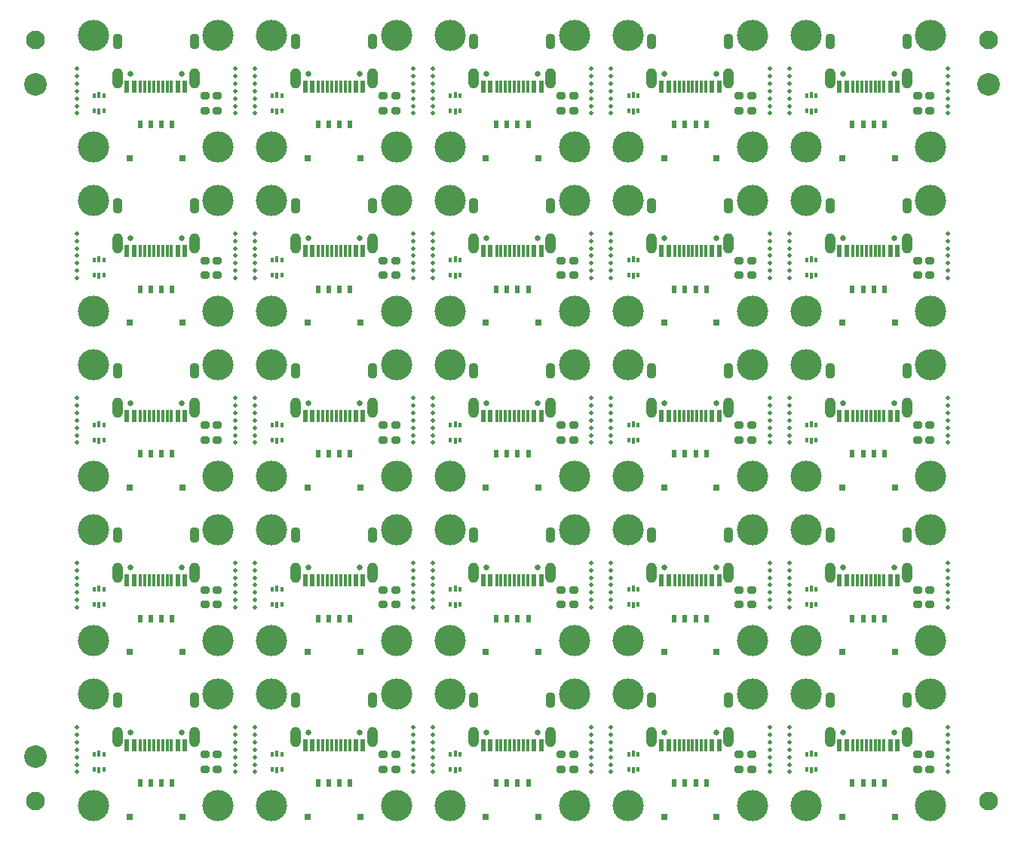
<source format=gts>
%TF.GenerationSoftware,KiCad,Pcbnew,(6.0.5)*%
%TF.CreationDate,2022-08-23T21:33:37+08:00*%
%TF.ProjectId,without-power-switch-using-molex-connector-panelized,77697468-6f75-4742-9d70-6f7765722d73,rev?*%
%TF.SameCoordinates,Original*%
%TF.FileFunction,Soldermask,Top*%
%TF.FilePolarity,Negative*%
%FSLAX46Y46*%
G04 Gerber Fmt 4.6, Leading zero omitted, Abs format (unit mm)*
G04 Created by KiCad (PCBNEW (6.0.5)) date 2022-08-23 21:33:37*
%MOMM*%
%LPD*%
G01*
G04 APERTURE LIST*
G04 Aperture macros list*
%AMRoundRect*
0 Rectangle with rounded corners*
0 $1 Rounding radius*
0 $2 $3 $4 $5 $6 $7 $8 $9 X,Y pos of 4 corners*
0 Add a 4 corners polygon primitive as box body*
4,1,4,$2,$3,$4,$5,$6,$7,$8,$9,$2,$3,0*
0 Add four circle primitives for the rounded corners*
1,1,$1+$1,$2,$3*
1,1,$1+$1,$4,$5*
1,1,$1+$1,$6,$7*
1,1,$1+$1,$8,$9*
0 Add four rect primitives between the rounded corners*
20,1,$1+$1,$2,$3,$4,$5,0*
20,1,$1+$1,$4,$5,$6,$7,0*
20,1,$1+$1,$6,$7,$8,$9,0*
20,1,$1+$1,$8,$9,$2,$3,0*%
G04 Aperture macros list end*
%ADD10C,0.500000*%
%ADD11R,0.375000X0.500000*%
%ADD12R,0.300000X0.650000*%
%ADD13C,3.500000*%
%ADD14RoundRect,0.200000X0.275000X-0.200000X0.275000X0.200000X-0.275000X0.200000X-0.275000X-0.200000X0*%
%ADD15C,0.650000*%
%ADD16R,0.600000X1.450000*%
%ADD17R,0.300000X1.450000*%
%ADD18O,1.100000X1.800000*%
%ADD19O,1.200000X2.300000*%
%ADD20R,0.600000X0.850000*%
%ADD21R,0.700000X0.800000*%
%ADD22RoundRect,0.200000X-0.275000X0.200000X-0.275000X-0.200000X0.275000X-0.200000X0.275000X0.200000X0*%
%ADD23C,2.100000*%
%ADD24C,2.540000*%
G04 APERTURE END LIST*
D10*
%TO.C,REF\u002A\u002A*%
X62100000Y-61916666D03*
%TD*%
%TO.C,REF\u002A\u002A*%
X22100000Y-79583333D03*
%TD*%
%TO.C,REF\u002A\u002A*%
X102100000Y-76250000D03*
%TD*%
D11*
%TO.C,U1*%
X25137500Y-60750000D03*
D12*
X24600000Y-60675000D03*
D11*
X24062500Y-60750000D03*
X24062500Y-62450000D03*
D12*
X24600000Y-62525000D03*
D11*
X25137500Y-62450000D03*
%TD*%
D10*
%TO.C,REF\u002A\u002A*%
X42100000Y-41750000D03*
%TD*%
%TO.C,REF\u002A\u002A*%
X82100000Y-81250000D03*
%TD*%
%TO.C,REF\u002A\u002A*%
X99900000Y-78750000D03*
%TD*%
D13*
%TO.C,REF\u002A\u002A*%
X24000000Y-54000000D03*
%TD*%
%TO.C,REF\u002A\u002A*%
X44000000Y-103500000D03*
%TD*%
D10*
%TO.C,REF\u002A\u002A*%
X22100000Y-25750000D03*
%TD*%
%TO.C,REF\u002A\u002A*%
X22100000Y-42583333D03*
%TD*%
D14*
%TO.C,R1*%
X97900000Y-25425000D03*
X97900000Y-23775000D03*
%TD*%
D10*
%TO.C,REF\u002A\u002A*%
X42100000Y-61083333D03*
%TD*%
D14*
%TO.C,R1*%
X117900000Y-99425000D03*
X117900000Y-97775000D03*
%TD*%
D13*
%TO.C,REF\u002A\u002A*%
X84000000Y-91000000D03*
%TD*%
D10*
%TO.C,REF\u002A\u002A*%
X79900000Y-40083333D03*
%TD*%
D15*
%TO.C,J1*%
X88110000Y-39800000D03*
X93890000Y-39800000D03*
D16*
X94250000Y-41245000D03*
X93450000Y-41245000D03*
D17*
X92250000Y-41245000D03*
X91250000Y-41245000D03*
X90750000Y-41245000D03*
X89750000Y-41245000D03*
D16*
X88550000Y-41245000D03*
X87750000Y-41245000D03*
X87750000Y-41245000D03*
X88550000Y-41245000D03*
D17*
X89250000Y-41245000D03*
X90250000Y-41245000D03*
X91750000Y-41245000D03*
X92750000Y-41245000D03*
D16*
X93450000Y-41245000D03*
X94250000Y-41245000D03*
D18*
X95320000Y-36150000D03*
D19*
X86680000Y-40330000D03*
D18*
X86680000Y-36150000D03*
D19*
X95320000Y-40330000D03*
%TD*%
D10*
%TO.C,REF\u002A\u002A*%
X99900000Y-60250000D03*
%TD*%
%TO.C,REF\u002A\u002A*%
X82100000Y-20750000D03*
%TD*%
D15*
%TO.C,J1*%
X68110000Y-39800000D03*
X73890000Y-39800000D03*
D16*
X74250000Y-41245000D03*
X73450000Y-41245000D03*
D17*
X72250000Y-41245000D03*
X71250000Y-41245000D03*
X70750000Y-41245000D03*
X69750000Y-41245000D03*
D16*
X68550000Y-41245000D03*
X67750000Y-41245000D03*
X67750000Y-41245000D03*
X68550000Y-41245000D03*
D17*
X69250000Y-41245000D03*
X70250000Y-41245000D03*
X71750000Y-41245000D03*
X72750000Y-41245000D03*
D16*
X73450000Y-41245000D03*
X74250000Y-41245000D03*
D19*
X66680000Y-40330000D03*
D18*
X75320000Y-36150000D03*
D19*
X75320000Y-40330000D03*
D18*
X66680000Y-36150000D03*
%TD*%
D11*
%TO.C,U1*%
X105137500Y-23750000D03*
D12*
X104600000Y-23675000D03*
D11*
X104062500Y-23750000D03*
X104062500Y-25450000D03*
D12*
X104600000Y-25525000D03*
D11*
X105137500Y-25450000D03*
%TD*%
D10*
%TO.C,REF\u002A\u002A*%
X102100000Y-61083333D03*
%TD*%
%TO.C,REF\u002A\u002A*%
X99900000Y-96416666D03*
%TD*%
%TO.C,REF\u002A\u002A*%
X79900000Y-41750000D03*
%TD*%
D20*
%TO.C,J2*%
X49200000Y-64000000D03*
X50400000Y-64000000D03*
X51600000Y-64000000D03*
X52800000Y-64000000D03*
D21*
X53950000Y-67775000D03*
X48050000Y-67775000D03*
%TD*%
D10*
%TO.C,REF\u002A\u002A*%
X79900000Y-61916666D03*
%TD*%
%TO.C,REF\u002A\u002A*%
X102100000Y-79583333D03*
%TD*%
D13*
%TO.C,REF\u002A\u002A*%
X104000000Y-48000000D03*
%TD*%
%TO.C,REF\u002A\u002A*%
X78000000Y-48000000D03*
%TD*%
D10*
%TO.C,REF\u002A\u002A*%
X79900000Y-96416666D03*
%TD*%
%TO.C,REF\u002A\u002A*%
X59900000Y-78750000D03*
%TD*%
%TO.C,REF\u002A\u002A*%
X22100000Y-58583333D03*
%TD*%
%TO.C,REF\u002A\u002A*%
X82100000Y-41750000D03*
%TD*%
D13*
%TO.C,REF\u002A\u002A*%
X118000000Y-91000000D03*
%TD*%
D10*
%TO.C,REF\u002A\u002A*%
X119900000Y-79583333D03*
%TD*%
D20*
%TO.C,J2*%
X29200000Y-101000000D03*
X30400000Y-101000000D03*
X31600000Y-101000000D03*
X32800000Y-101000000D03*
D21*
X28050000Y-104775000D03*
X33950000Y-104775000D03*
%TD*%
D10*
%TO.C,REF\u002A\u002A*%
X62100000Y-97250000D03*
%TD*%
%TO.C,REF\u002A\u002A*%
X42100000Y-99750000D03*
%TD*%
D22*
%TO.C,R2*%
X36500000Y-97775000D03*
X36500000Y-99425000D03*
%TD*%
D13*
%TO.C,REF\u002A\u002A*%
X78000000Y-35500000D03*
%TD*%
D10*
%TO.C,REF\u002A\u002A*%
X119900000Y-39250000D03*
%TD*%
D15*
%TO.C,J1*%
X33890000Y-95300000D03*
X28110000Y-95300000D03*
D16*
X34250000Y-96745000D03*
X33450000Y-96745000D03*
D17*
X32250000Y-96745000D03*
X31250000Y-96745000D03*
X30750000Y-96745000D03*
X29750000Y-96745000D03*
D16*
X28550000Y-96745000D03*
X27750000Y-96745000D03*
X27750000Y-96745000D03*
X28550000Y-96745000D03*
D17*
X29250000Y-96745000D03*
X30250000Y-96745000D03*
X31750000Y-96745000D03*
X32750000Y-96745000D03*
D16*
X33450000Y-96745000D03*
X34250000Y-96745000D03*
D19*
X35320000Y-95830000D03*
X26680000Y-95830000D03*
D18*
X35320000Y-91650000D03*
X26680000Y-91650000D03*
%TD*%
D10*
%TO.C,REF\u002A\u002A*%
X99900000Y-57750000D03*
%TD*%
%TO.C,REF\u002A\u002A*%
X62100000Y-58583333D03*
%TD*%
D13*
%TO.C,REF\u002A\u002A*%
X98000000Y-85000000D03*
%TD*%
D10*
%TO.C,REF\u002A\u002A*%
X82100000Y-21583333D03*
%TD*%
%TO.C,REF\u002A\u002A*%
X119900000Y-77083333D03*
%TD*%
D13*
%TO.C,REF\u002A\u002A*%
X98000000Y-103500000D03*
%TD*%
D10*
%TO.C,REF\u002A\u002A*%
X79900000Y-78750000D03*
%TD*%
D13*
%TO.C,REF\u002A\u002A*%
X24000000Y-66500000D03*
%TD*%
D11*
%TO.C,U1*%
X105137500Y-60750000D03*
D12*
X104600000Y-60675000D03*
D11*
X104062500Y-60750000D03*
X104062500Y-62450000D03*
D12*
X104600000Y-62525000D03*
D11*
X105137500Y-62450000D03*
%TD*%
D22*
%TO.C,R2*%
X116500000Y-42275000D03*
X116500000Y-43925000D03*
%TD*%
D10*
%TO.C,REF\u002A\u002A*%
X82100000Y-44250000D03*
%TD*%
%TO.C,REF\u002A\u002A*%
X102100000Y-25750000D03*
%TD*%
D20*
%TO.C,J2*%
X89200000Y-82500000D03*
X90400000Y-82500000D03*
X91600000Y-82500000D03*
X92800000Y-82500000D03*
D21*
X88050000Y-86275000D03*
X93950000Y-86275000D03*
%TD*%
D23*
%TO.C,REF\u002A\u002A*%
X124500000Y-17500000D03*
%TD*%
D14*
%TO.C,R1*%
X97900000Y-80925000D03*
X97900000Y-79275000D03*
%TD*%
%TO.C,R1*%
X57900000Y-25425000D03*
X57900000Y-23775000D03*
%TD*%
D10*
%TO.C,REF\u002A\u002A*%
X39900000Y-76250000D03*
%TD*%
D13*
%TO.C,REF\u002A\u002A*%
X38000000Y-48000000D03*
%TD*%
D10*
%TO.C,REF\u002A\u002A*%
X79900000Y-39250000D03*
%TD*%
%TO.C,REF\u002A\u002A*%
X102100000Y-60250000D03*
%TD*%
%TO.C,REF\u002A\u002A*%
X42100000Y-22416666D03*
%TD*%
D13*
%TO.C,REF\u002A\u002A*%
X104000000Y-17000000D03*
%TD*%
D10*
%TO.C,REF\u002A\u002A*%
X79900000Y-97250000D03*
%TD*%
D13*
%TO.C,REF\u002A\u002A*%
X44000000Y-48000000D03*
%TD*%
D10*
%TO.C,REF\u002A\u002A*%
X102100000Y-57750000D03*
%TD*%
%TO.C,REF\u002A\u002A*%
X119900000Y-40083333D03*
%TD*%
%TO.C,REF\u002A\u002A*%
X22100000Y-98916666D03*
%TD*%
D14*
%TO.C,R1*%
X77900000Y-80925000D03*
X77900000Y-79275000D03*
%TD*%
D10*
%TO.C,REF\u002A\u002A*%
X22100000Y-81250000D03*
%TD*%
D13*
%TO.C,REF\u002A\u002A*%
X64000000Y-48000000D03*
%TD*%
D10*
%TO.C,REF\u002A\u002A*%
X102100000Y-98916666D03*
%TD*%
%TO.C,REF\u002A\u002A*%
X119900000Y-24083333D03*
%TD*%
%TO.C,REF\u002A\u002A*%
X62100000Y-43416666D03*
%TD*%
D14*
%TO.C,R1*%
X117900000Y-43925000D03*
X117900000Y-42275000D03*
%TD*%
D10*
%TO.C,REF\u002A\u002A*%
X59900000Y-43416666D03*
%TD*%
%TO.C,REF\u002A\u002A*%
X102100000Y-40083333D03*
%TD*%
%TO.C,REF\u002A\u002A*%
X39900000Y-81250000D03*
%TD*%
%TO.C,REF\u002A\u002A*%
X79900000Y-77916666D03*
%TD*%
%TO.C,REF\u002A\u002A*%
X42100000Y-59416666D03*
%TD*%
%TO.C,REF\u002A\u002A*%
X62100000Y-22416666D03*
%TD*%
D14*
%TO.C,R1*%
X77900000Y-25425000D03*
X77900000Y-23775000D03*
%TD*%
D10*
%TO.C,REF\u002A\u002A*%
X82100000Y-43416666D03*
%TD*%
D22*
%TO.C,R2*%
X76500000Y-97775000D03*
X76500000Y-99425000D03*
%TD*%
D13*
%TO.C,REF\u002A\u002A*%
X84000000Y-48000000D03*
%TD*%
D10*
%TO.C,REF\u002A\u002A*%
X62100000Y-98916666D03*
%TD*%
D13*
%TO.C,REF\u002A\u002A*%
X38000000Y-35500000D03*
%TD*%
D10*
%TO.C,REF\u002A\u002A*%
X39900000Y-77916666D03*
%TD*%
D13*
%TO.C,REF\u002A\u002A*%
X44000000Y-35500000D03*
%TD*%
D10*
%TO.C,REF\u002A\u002A*%
X119900000Y-95583333D03*
%TD*%
%TO.C,REF\u002A\u002A*%
X22100000Y-97250000D03*
%TD*%
D11*
%TO.C,U1*%
X45137500Y-23750000D03*
D12*
X44600000Y-23675000D03*
D11*
X44062500Y-23750000D03*
X44062500Y-25450000D03*
D12*
X44600000Y-25525000D03*
D11*
X45137500Y-25450000D03*
%TD*%
D10*
%TO.C,REF\u002A\u002A*%
X99900000Y-98916666D03*
%TD*%
D20*
%TO.C,J2*%
X69200000Y-82500000D03*
X70400000Y-82500000D03*
X71600000Y-82500000D03*
X72800000Y-82500000D03*
D21*
X73950000Y-86275000D03*
X68050000Y-86275000D03*
%TD*%
D10*
%TO.C,REF\u002A\u002A*%
X39900000Y-57750000D03*
%TD*%
%TO.C,REF\u002A\u002A*%
X59900000Y-99750000D03*
%TD*%
%TO.C,REF\u002A\u002A*%
X22100000Y-60250000D03*
%TD*%
%TO.C,REF\u002A\u002A*%
X99900000Y-44250000D03*
%TD*%
D11*
%TO.C,U1*%
X65137500Y-23750000D03*
D12*
X64600000Y-23675000D03*
D11*
X64062500Y-23750000D03*
X64062500Y-25450000D03*
D12*
X64600000Y-25525000D03*
D11*
X65137500Y-25450000D03*
%TD*%
D15*
%TO.C,J1*%
X108110000Y-39800000D03*
X113890000Y-39800000D03*
D16*
X114250000Y-41245000D03*
X113450000Y-41245000D03*
D17*
X112250000Y-41245000D03*
X111250000Y-41245000D03*
X110750000Y-41245000D03*
X109750000Y-41245000D03*
D16*
X108550000Y-41245000D03*
X107750000Y-41245000D03*
X107750000Y-41245000D03*
X108550000Y-41245000D03*
D17*
X109250000Y-41245000D03*
X110250000Y-41245000D03*
X111750000Y-41245000D03*
X112750000Y-41245000D03*
D16*
X113450000Y-41245000D03*
X114250000Y-41245000D03*
D18*
X115320000Y-36150000D03*
D19*
X106680000Y-40330000D03*
D18*
X106680000Y-36150000D03*
D19*
X115320000Y-40330000D03*
%TD*%
D10*
%TO.C,REF\u002A\u002A*%
X82100000Y-57750000D03*
%TD*%
%TO.C,REF\u002A\u002A*%
X102100000Y-41750000D03*
%TD*%
D13*
%TO.C,REF\u002A\u002A*%
X58000000Y-29500000D03*
%TD*%
D22*
%TO.C,R2*%
X116500000Y-60775000D03*
X116500000Y-62425000D03*
%TD*%
D13*
%TO.C,REF\u002A\u002A*%
X98000000Y-29500000D03*
%TD*%
D10*
%TO.C,REF\u002A\u002A*%
X39900000Y-42583333D03*
%TD*%
%TO.C,REF\u002A\u002A*%
X22100000Y-23250000D03*
%TD*%
D15*
%TO.C,J1*%
X73890000Y-21300000D03*
X68110000Y-21300000D03*
D16*
X74250000Y-22745000D03*
X73450000Y-22745000D03*
D17*
X72250000Y-22745000D03*
X71250000Y-22745000D03*
X70750000Y-22745000D03*
X69750000Y-22745000D03*
D16*
X68550000Y-22745000D03*
X67750000Y-22745000D03*
X67750000Y-22745000D03*
X68550000Y-22745000D03*
D17*
X69250000Y-22745000D03*
X70250000Y-22745000D03*
X71750000Y-22745000D03*
X72750000Y-22745000D03*
D16*
X73450000Y-22745000D03*
X74250000Y-22745000D03*
D18*
X75320000Y-17650000D03*
X66680000Y-17650000D03*
D19*
X75320000Y-21830000D03*
X66680000Y-21830000D03*
%TD*%
D10*
%TO.C,REF\u002A\u002A*%
X79900000Y-99750000D03*
%TD*%
%TO.C,REF\u002A\u002A*%
X79900000Y-21583333D03*
%TD*%
%TO.C,REF\u002A\u002A*%
X39900000Y-39250000D03*
%TD*%
D15*
%TO.C,J1*%
X108110000Y-95300000D03*
X113890000Y-95300000D03*
D16*
X114250000Y-96745000D03*
X113450000Y-96745000D03*
D17*
X112250000Y-96745000D03*
X111250000Y-96745000D03*
X110750000Y-96745000D03*
X109750000Y-96745000D03*
D16*
X108550000Y-96745000D03*
X107750000Y-96745000D03*
X107750000Y-96745000D03*
X108550000Y-96745000D03*
D17*
X109250000Y-96745000D03*
X110250000Y-96745000D03*
X111750000Y-96745000D03*
X112750000Y-96745000D03*
D16*
X113450000Y-96745000D03*
X114250000Y-96745000D03*
D18*
X115320000Y-91650000D03*
X106680000Y-91650000D03*
D19*
X106680000Y-95830000D03*
X115320000Y-95830000D03*
%TD*%
D10*
%TO.C,REF\u002A\u002A*%
X102100000Y-39250000D03*
%TD*%
%TO.C,REF\u002A\u002A*%
X62100000Y-80416666D03*
%TD*%
D13*
%TO.C,REF\u002A\u002A*%
X38000000Y-29500000D03*
%TD*%
%TO.C,REF\u002A\u002A*%
X64000000Y-29500000D03*
%TD*%
D15*
%TO.C,J1*%
X28110000Y-39800000D03*
X33890000Y-39800000D03*
D16*
X34250000Y-41245000D03*
X33450000Y-41245000D03*
D17*
X32250000Y-41245000D03*
X31250000Y-41245000D03*
X30750000Y-41245000D03*
X29750000Y-41245000D03*
D16*
X28550000Y-41245000D03*
X27750000Y-41245000D03*
X27750000Y-41245000D03*
X28550000Y-41245000D03*
D17*
X29250000Y-41245000D03*
X30250000Y-41245000D03*
X31750000Y-41245000D03*
X32750000Y-41245000D03*
D16*
X33450000Y-41245000D03*
X34250000Y-41245000D03*
D19*
X26680000Y-40330000D03*
D18*
X26680000Y-36150000D03*
X35320000Y-36150000D03*
D19*
X35320000Y-40330000D03*
%TD*%
D10*
%TO.C,REF\u002A\u002A*%
X42100000Y-20750000D03*
%TD*%
%TO.C,REF\u002A\u002A*%
X119900000Y-41750000D03*
%TD*%
%TO.C,REF\u002A\u002A*%
X119900000Y-59416666D03*
%TD*%
%TO.C,REF\u002A\u002A*%
X99900000Y-40083333D03*
%TD*%
%TO.C,REF\u002A\u002A*%
X79900000Y-94750000D03*
%TD*%
%TO.C,REF\u002A\u002A*%
X59900000Y-95583333D03*
%TD*%
%TO.C,REF\u002A\u002A*%
X99900000Y-98083333D03*
%TD*%
D22*
%TO.C,R2*%
X56500000Y-42275000D03*
X56500000Y-43925000D03*
%TD*%
D10*
%TO.C,REF\u002A\u002A*%
X102100000Y-42583333D03*
%TD*%
%TO.C,REF\u002A\u002A*%
X62100000Y-41750000D03*
%TD*%
%TO.C,REF\u002A\u002A*%
X42100000Y-24083333D03*
%TD*%
D13*
%TO.C,REF\u002A\u002A*%
X64000000Y-72500000D03*
%TD*%
D10*
%TO.C,REF\u002A\u002A*%
X22100000Y-78750000D03*
%TD*%
%TO.C,REF\u002A\u002A*%
X22100000Y-77083333D03*
%TD*%
D13*
%TO.C,REF\u002A\u002A*%
X78000000Y-91000000D03*
%TD*%
D10*
%TO.C,REF\u002A\u002A*%
X119900000Y-44250000D03*
%TD*%
%TO.C,REF\u002A\u002A*%
X119900000Y-20750000D03*
%TD*%
%TO.C,REF\u002A\u002A*%
X62100000Y-24916666D03*
%TD*%
%TO.C,REF\u002A\u002A*%
X82100000Y-98083333D03*
%TD*%
%TO.C,REF\u002A\u002A*%
X119900000Y-58583333D03*
%TD*%
D13*
%TO.C,REF\u002A\u002A*%
X118000000Y-72500000D03*
%TD*%
D20*
%TO.C,J2*%
X29200000Y-45500000D03*
X30400000Y-45500000D03*
X31600000Y-45500000D03*
X32800000Y-45500000D03*
D21*
X33950000Y-49275000D03*
X28050000Y-49275000D03*
%TD*%
D10*
%TO.C,REF\u002A\u002A*%
X59900000Y-24916666D03*
%TD*%
D13*
%TO.C,REF\u002A\u002A*%
X104000000Y-85000000D03*
%TD*%
D10*
%TO.C,REF\u002A\u002A*%
X39900000Y-79583333D03*
%TD*%
D13*
%TO.C,REF\u002A\u002A*%
X24000000Y-91000000D03*
%TD*%
D10*
%TO.C,REF\u002A\u002A*%
X82100000Y-97250000D03*
%TD*%
D13*
%TO.C,REF\u002A\u002A*%
X104000000Y-103500000D03*
%TD*%
D10*
%TO.C,REF\u002A\u002A*%
X39900000Y-40083333D03*
%TD*%
D15*
%TO.C,J1*%
X113890000Y-21300000D03*
X108110000Y-21300000D03*
D16*
X114250000Y-22745000D03*
X113450000Y-22745000D03*
D17*
X112250000Y-22745000D03*
X111250000Y-22745000D03*
X110750000Y-22745000D03*
X109750000Y-22745000D03*
D16*
X108550000Y-22745000D03*
X107750000Y-22745000D03*
X107750000Y-22745000D03*
X108550000Y-22745000D03*
D17*
X109250000Y-22745000D03*
X110250000Y-22745000D03*
X111750000Y-22745000D03*
X112750000Y-22745000D03*
D16*
X113450000Y-22745000D03*
X114250000Y-22745000D03*
D19*
X115320000Y-21830000D03*
D18*
X106680000Y-17650000D03*
D19*
X106680000Y-21830000D03*
D18*
X115320000Y-17650000D03*
%TD*%
D10*
%TO.C,REF\u002A\u002A*%
X82100000Y-98916666D03*
%TD*%
%TO.C,REF\u002A\u002A*%
X42100000Y-21583333D03*
%TD*%
%TO.C,REF\u002A\u002A*%
X102100000Y-43416666D03*
%TD*%
%TO.C,REF\u002A\u002A*%
X39900000Y-78750000D03*
%TD*%
%TO.C,REF\u002A\u002A*%
X82100000Y-25750000D03*
%TD*%
%TO.C,REF\u002A\u002A*%
X119900000Y-40916666D03*
%TD*%
%TO.C,REF\u002A\u002A*%
X79900000Y-25750000D03*
%TD*%
%TO.C,REF\u002A\u002A*%
X82100000Y-42583333D03*
%TD*%
D13*
%TO.C,REF\u002A\u002A*%
X98000000Y-66500000D03*
%TD*%
D10*
%TO.C,REF\u002A\u002A*%
X42100000Y-94750000D03*
%TD*%
D20*
%TO.C,J2*%
X109200000Y-27000000D03*
X110400000Y-27000000D03*
X111600000Y-27000000D03*
X112800000Y-27000000D03*
D21*
X113950000Y-30775000D03*
X108050000Y-30775000D03*
%TD*%
D13*
%TO.C,REF\u002A\u002A*%
X58000000Y-103500000D03*
%TD*%
D22*
%TO.C,R2*%
X96500000Y-23775000D03*
X96500000Y-25425000D03*
%TD*%
D15*
%TO.C,J1*%
X108110000Y-58300000D03*
X113890000Y-58300000D03*
D16*
X114250000Y-59745000D03*
X113450000Y-59745000D03*
D17*
X112250000Y-59745000D03*
X111250000Y-59745000D03*
X110750000Y-59745000D03*
X109750000Y-59745000D03*
D16*
X108550000Y-59745000D03*
X107750000Y-59745000D03*
X107750000Y-59745000D03*
X108550000Y-59745000D03*
D17*
X109250000Y-59745000D03*
X110250000Y-59745000D03*
X111750000Y-59745000D03*
X112750000Y-59745000D03*
D16*
X113450000Y-59745000D03*
X114250000Y-59745000D03*
D18*
X106680000Y-54650000D03*
D19*
X106680000Y-58830000D03*
X115320000Y-58830000D03*
D18*
X115320000Y-54650000D03*
%TD*%
D15*
%TO.C,J1*%
X48110000Y-95300000D03*
X53890000Y-95300000D03*
D16*
X54250000Y-96745000D03*
X53450000Y-96745000D03*
D17*
X52250000Y-96745000D03*
X51250000Y-96745000D03*
X50750000Y-96745000D03*
X49750000Y-96745000D03*
D16*
X48550000Y-96745000D03*
X47750000Y-96745000D03*
X47750000Y-96745000D03*
X48550000Y-96745000D03*
D17*
X49250000Y-96745000D03*
X50250000Y-96745000D03*
X51750000Y-96745000D03*
X52750000Y-96745000D03*
D16*
X53450000Y-96745000D03*
X54250000Y-96745000D03*
D18*
X55320000Y-91650000D03*
D19*
X55320000Y-95830000D03*
D18*
X46680000Y-91650000D03*
D19*
X46680000Y-95830000D03*
%TD*%
D22*
%TO.C,R2*%
X96500000Y-79275000D03*
X96500000Y-80925000D03*
%TD*%
D10*
%TO.C,REF\u002A\u002A*%
X22100000Y-62750000D03*
%TD*%
D13*
%TO.C,REF\u002A\u002A*%
X44000000Y-66500000D03*
%TD*%
%TO.C,REF\u002A\u002A*%
X24000000Y-35500000D03*
%TD*%
D10*
%TO.C,REF\u002A\u002A*%
X59900000Y-77916666D03*
%TD*%
%TO.C,REF\u002A\u002A*%
X102100000Y-77916666D03*
%TD*%
D13*
%TO.C,REF\u002A\u002A*%
X64000000Y-66500000D03*
%TD*%
D11*
%TO.C,U1*%
X105137500Y-79250000D03*
D12*
X104600000Y-79175000D03*
D11*
X104062500Y-79250000D03*
X104062500Y-80950000D03*
D12*
X104600000Y-81025000D03*
D11*
X105137500Y-80950000D03*
%TD*%
D22*
%TO.C,R2*%
X36500000Y-23775000D03*
X36500000Y-25425000D03*
%TD*%
D11*
%TO.C,U1*%
X85137500Y-60750000D03*
D12*
X84600000Y-60675000D03*
D11*
X84062500Y-60750000D03*
X84062500Y-62450000D03*
D12*
X84600000Y-62525000D03*
D11*
X85137500Y-62450000D03*
%TD*%
D10*
%TO.C,REF\u002A\u002A*%
X22100000Y-94750000D03*
%TD*%
%TO.C,REF\u002A\u002A*%
X22100000Y-77916666D03*
%TD*%
%TO.C,REF\u002A\u002A*%
X59900000Y-41750000D03*
%TD*%
D11*
%TO.C,U1*%
X85137500Y-79250000D03*
D12*
X84600000Y-79175000D03*
D11*
X84062500Y-79250000D03*
X84062500Y-80950000D03*
D12*
X84600000Y-81025000D03*
D11*
X85137500Y-80950000D03*
%TD*%
D14*
%TO.C,R1*%
X57900000Y-62425000D03*
X57900000Y-60775000D03*
%TD*%
D10*
%TO.C,REF\u002A\u002A*%
X42100000Y-39250000D03*
%TD*%
%TO.C,REF\u002A\u002A*%
X39900000Y-97250000D03*
%TD*%
D15*
%TO.C,J1*%
X73890000Y-58300000D03*
X68110000Y-58300000D03*
D16*
X74250000Y-59745000D03*
X73450000Y-59745000D03*
D17*
X72250000Y-59745000D03*
X71250000Y-59745000D03*
X70750000Y-59745000D03*
X69750000Y-59745000D03*
D16*
X68550000Y-59745000D03*
X67750000Y-59745000D03*
X67750000Y-59745000D03*
X68550000Y-59745000D03*
D17*
X69250000Y-59745000D03*
X70250000Y-59745000D03*
X71750000Y-59745000D03*
X72750000Y-59745000D03*
D16*
X73450000Y-59745000D03*
X74250000Y-59745000D03*
D18*
X75320000Y-54650000D03*
D19*
X75320000Y-58830000D03*
D18*
X66680000Y-54650000D03*
D19*
X66680000Y-58830000D03*
%TD*%
D10*
%TO.C,REF\u002A\u002A*%
X59900000Y-97250000D03*
%TD*%
%TO.C,REF\u002A\u002A*%
X22100000Y-22416666D03*
%TD*%
D13*
%TO.C,REF\u002A\u002A*%
X64000000Y-17000000D03*
%TD*%
%TO.C,REF\u002A\u002A*%
X78000000Y-103500000D03*
%TD*%
%TO.C,REF\u002A\u002A*%
X118000000Y-103500000D03*
%TD*%
D10*
%TO.C,REF\u002A\u002A*%
X59900000Y-58583333D03*
%TD*%
D22*
%TO.C,R2*%
X116500000Y-23775000D03*
X116500000Y-25425000D03*
%TD*%
D13*
%TO.C,REF\u002A\u002A*%
X38000000Y-103500000D03*
%TD*%
D14*
%TO.C,R1*%
X97900000Y-62425000D03*
X97900000Y-60775000D03*
%TD*%
D10*
%TO.C,REF\u002A\u002A*%
X119900000Y-23250000D03*
%TD*%
%TO.C,REF\u002A\u002A*%
X42100000Y-62750000D03*
%TD*%
%TO.C,REF\u002A\u002A*%
X82100000Y-96416666D03*
%TD*%
%TO.C,REF\u002A\u002A*%
X42100000Y-95583333D03*
%TD*%
%TO.C,REF\u002A\u002A*%
X39900000Y-41750000D03*
%TD*%
%TO.C,REF\u002A\u002A*%
X42100000Y-77083333D03*
%TD*%
D15*
%TO.C,J1*%
X53890000Y-39800000D03*
X48110000Y-39800000D03*
D16*
X54250000Y-41245000D03*
X53450000Y-41245000D03*
D17*
X52250000Y-41245000D03*
X51250000Y-41245000D03*
X50750000Y-41245000D03*
X49750000Y-41245000D03*
D16*
X48550000Y-41245000D03*
X47750000Y-41245000D03*
X47750000Y-41245000D03*
X48550000Y-41245000D03*
D17*
X49250000Y-41245000D03*
X50250000Y-41245000D03*
X51750000Y-41245000D03*
X52750000Y-41245000D03*
D16*
X53450000Y-41245000D03*
X54250000Y-41245000D03*
D18*
X46680000Y-36150000D03*
X55320000Y-36150000D03*
D19*
X55320000Y-40330000D03*
X46680000Y-40330000D03*
%TD*%
D13*
%TO.C,REF\u002A\u002A*%
X58000000Y-48000000D03*
%TD*%
D24*
%TO.C,REF\u002A\u002A*%
X17500000Y-98000000D03*
%TD*%
D10*
%TO.C,REF\u002A\u002A*%
X79900000Y-59416666D03*
%TD*%
%TO.C,REF\u002A\u002A*%
X22100000Y-24083333D03*
%TD*%
%TO.C,REF\u002A\u002A*%
X59900000Y-20750000D03*
%TD*%
D13*
%TO.C,REF\u002A\u002A*%
X58000000Y-66500000D03*
%TD*%
D15*
%TO.C,J1*%
X48110000Y-21300000D03*
X53890000Y-21300000D03*
D16*
X54250000Y-22745000D03*
X53450000Y-22745000D03*
D17*
X52250000Y-22745000D03*
X51250000Y-22745000D03*
X50750000Y-22745000D03*
X49750000Y-22745000D03*
D16*
X48550000Y-22745000D03*
X47750000Y-22745000D03*
X47750000Y-22745000D03*
X48550000Y-22745000D03*
D17*
X49250000Y-22745000D03*
X50250000Y-22745000D03*
X51750000Y-22745000D03*
X52750000Y-22745000D03*
D16*
X53450000Y-22745000D03*
X54250000Y-22745000D03*
D19*
X46680000Y-21830000D03*
D18*
X55320000Y-17650000D03*
X46680000Y-17650000D03*
D19*
X55320000Y-21830000D03*
%TD*%
D13*
%TO.C,REF\u002A\u002A*%
X104000000Y-29500000D03*
%TD*%
D10*
%TO.C,REF\u002A\u002A*%
X42100000Y-76250000D03*
%TD*%
%TO.C,REF\u002A\u002A*%
X119900000Y-21583333D03*
%TD*%
%TO.C,REF\u002A\u002A*%
X39900000Y-98916666D03*
%TD*%
D13*
%TO.C,REF\u002A\u002A*%
X44000000Y-29500000D03*
%TD*%
D10*
%TO.C,REF\u002A\u002A*%
X99900000Y-24916666D03*
%TD*%
%TO.C,REF\u002A\u002A*%
X102100000Y-80416666D03*
%TD*%
%TO.C,REF\u002A\u002A*%
X42100000Y-98083333D03*
%TD*%
%TO.C,REF\u002A\u002A*%
X79900000Y-61083333D03*
%TD*%
%TO.C,REF\u002A\u002A*%
X22100000Y-44250000D03*
%TD*%
%TO.C,REF\u002A\u002A*%
X102100000Y-24083333D03*
%TD*%
%TO.C,REF\u002A\u002A*%
X62100000Y-96416666D03*
%TD*%
D13*
%TO.C,REF\u002A\u002A*%
X58000000Y-72500000D03*
%TD*%
D20*
%TO.C,J2*%
X89200000Y-64000000D03*
X90400000Y-64000000D03*
X91600000Y-64000000D03*
X92800000Y-64000000D03*
D21*
X93950000Y-67775000D03*
X88050000Y-67775000D03*
%TD*%
D13*
%TO.C,REF\u002A\u002A*%
X24000000Y-85000000D03*
%TD*%
D10*
%TO.C,REF\u002A\u002A*%
X119900000Y-61083333D03*
%TD*%
D22*
%TO.C,R2*%
X36500000Y-60775000D03*
X36500000Y-62425000D03*
%TD*%
D11*
%TO.C,U1*%
X85137500Y-97750000D03*
D12*
X84600000Y-97675000D03*
D11*
X84062500Y-97750000D03*
X84062500Y-99450000D03*
D12*
X84600000Y-99525000D03*
D11*
X85137500Y-99450000D03*
%TD*%
D14*
%TO.C,R1*%
X77900000Y-43925000D03*
X77900000Y-42275000D03*
%TD*%
D10*
%TO.C,REF\u002A\u002A*%
X79900000Y-76250000D03*
%TD*%
%TO.C,REF\u002A\u002A*%
X102100000Y-61916666D03*
%TD*%
D23*
%TO.C,REF\u002A\u002A*%
X124500000Y-103000000D03*
%TD*%
D10*
%TO.C,REF\u002A\u002A*%
X42100000Y-24916666D03*
%TD*%
D13*
%TO.C,REF\u002A\u002A*%
X118000000Y-17000000D03*
%TD*%
D10*
%TO.C,REF\u002A\u002A*%
X62100000Y-99750000D03*
%TD*%
%TO.C,REF\u002A\u002A*%
X42100000Y-23250000D03*
%TD*%
%TO.C,REF\u002A\u002A*%
X59900000Y-61083333D03*
%TD*%
%TO.C,REF\u002A\u002A*%
X22100000Y-99750000D03*
%TD*%
%TO.C,REF\u002A\u002A*%
X79900000Y-20750000D03*
%TD*%
%TO.C,REF\u002A\u002A*%
X99900000Y-61083333D03*
%TD*%
D15*
%TO.C,J1*%
X88110000Y-76800000D03*
X93890000Y-76800000D03*
D16*
X94250000Y-78245000D03*
X93450000Y-78245000D03*
D17*
X92250000Y-78245000D03*
X91250000Y-78245000D03*
X90750000Y-78245000D03*
X89750000Y-78245000D03*
D16*
X88550000Y-78245000D03*
X87750000Y-78245000D03*
X87750000Y-78245000D03*
X88550000Y-78245000D03*
D17*
X89250000Y-78245000D03*
X90250000Y-78245000D03*
X91750000Y-78245000D03*
X92750000Y-78245000D03*
D16*
X93450000Y-78245000D03*
X94250000Y-78245000D03*
D18*
X86680000Y-73150000D03*
D19*
X95320000Y-77330000D03*
D18*
X95320000Y-73150000D03*
D19*
X86680000Y-77330000D03*
%TD*%
D10*
%TO.C,REF\u002A\u002A*%
X42100000Y-80416666D03*
%TD*%
%TO.C,REF\u002A\u002A*%
X22100000Y-96416666D03*
%TD*%
%TO.C,REF\u002A\u002A*%
X82100000Y-61083333D03*
%TD*%
%TO.C,REF\u002A\u002A*%
X119900000Y-61916666D03*
%TD*%
%TO.C,REF\u002A\u002A*%
X82100000Y-95583333D03*
%TD*%
%TO.C,REF\u002A\u002A*%
X62100000Y-39250000D03*
%TD*%
%TO.C,REF\u002A\u002A*%
X62100000Y-61083333D03*
%TD*%
D15*
%TO.C,J1*%
X28110000Y-76800000D03*
X33890000Y-76800000D03*
D16*
X34250000Y-78245000D03*
X33450000Y-78245000D03*
D17*
X32250000Y-78245000D03*
X31250000Y-78245000D03*
X30750000Y-78245000D03*
X29750000Y-78245000D03*
D16*
X28550000Y-78245000D03*
X27750000Y-78245000D03*
X27750000Y-78245000D03*
X28550000Y-78245000D03*
D17*
X29250000Y-78245000D03*
X30250000Y-78245000D03*
X31750000Y-78245000D03*
X32750000Y-78245000D03*
D16*
X33450000Y-78245000D03*
X34250000Y-78245000D03*
D19*
X35320000Y-77330000D03*
D18*
X26680000Y-73150000D03*
D19*
X26680000Y-77330000D03*
D18*
X35320000Y-73150000D03*
%TD*%
D10*
%TO.C,REF\u002A\u002A*%
X82100000Y-39250000D03*
%TD*%
%TO.C,REF\u002A\u002A*%
X39900000Y-43416666D03*
%TD*%
D13*
%TO.C,REF\u002A\u002A*%
X58000000Y-35500000D03*
%TD*%
D10*
%TO.C,REF\u002A\u002A*%
X22100000Y-41750000D03*
%TD*%
%TO.C,REF\u002A\u002A*%
X59900000Y-76250000D03*
%TD*%
D13*
%TO.C,REF\u002A\u002A*%
X58000000Y-85000000D03*
%TD*%
D10*
%TO.C,REF\u002A\u002A*%
X59900000Y-60250000D03*
%TD*%
D20*
%TO.C,J2*%
X49200000Y-27000000D03*
X50400000Y-27000000D03*
X51600000Y-27000000D03*
X52800000Y-27000000D03*
D21*
X53950000Y-30775000D03*
X48050000Y-30775000D03*
%TD*%
D10*
%TO.C,REF\u002A\u002A*%
X99900000Y-59416666D03*
%TD*%
%TO.C,REF\u002A\u002A*%
X22100000Y-59416666D03*
%TD*%
D15*
%TO.C,J1*%
X68110000Y-76800000D03*
X73890000Y-76800000D03*
D16*
X74250000Y-78245000D03*
X73450000Y-78245000D03*
D17*
X72250000Y-78245000D03*
X71250000Y-78245000D03*
X70750000Y-78245000D03*
X69750000Y-78245000D03*
D16*
X68550000Y-78245000D03*
X67750000Y-78245000D03*
X67750000Y-78245000D03*
X68550000Y-78245000D03*
D17*
X69250000Y-78245000D03*
X70250000Y-78245000D03*
X71750000Y-78245000D03*
X72750000Y-78245000D03*
D16*
X73450000Y-78245000D03*
X74250000Y-78245000D03*
D18*
X66680000Y-73150000D03*
D19*
X75320000Y-77330000D03*
D18*
X75320000Y-73150000D03*
D19*
X66680000Y-77330000D03*
%TD*%
D10*
%TO.C,REF\u002A\u002A*%
X99900000Y-61916666D03*
%TD*%
%TO.C,REF\u002A\u002A*%
X62100000Y-81250000D03*
%TD*%
%TO.C,REF\u002A\u002A*%
X79900000Y-98083333D03*
%TD*%
D13*
%TO.C,REF\u002A\u002A*%
X118000000Y-54000000D03*
%TD*%
D10*
%TO.C,REF\u002A\u002A*%
X62100000Y-94750000D03*
%TD*%
D15*
%TO.C,J1*%
X48110000Y-76800000D03*
X53890000Y-76800000D03*
D16*
X54250000Y-78245000D03*
X53450000Y-78245000D03*
D17*
X52250000Y-78245000D03*
X51250000Y-78245000D03*
X50750000Y-78245000D03*
X49750000Y-78245000D03*
D16*
X48550000Y-78245000D03*
X47750000Y-78245000D03*
X47750000Y-78245000D03*
X48550000Y-78245000D03*
D17*
X49250000Y-78245000D03*
X50250000Y-78245000D03*
X51750000Y-78245000D03*
X52750000Y-78245000D03*
D16*
X53450000Y-78245000D03*
X54250000Y-78245000D03*
D18*
X46680000Y-73150000D03*
D19*
X46680000Y-77330000D03*
X55320000Y-77330000D03*
D18*
X55320000Y-73150000D03*
%TD*%
D10*
%TO.C,REF\u002A\u002A*%
X39900000Y-96416666D03*
%TD*%
%TO.C,REF\u002A\u002A*%
X102100000Y-59416666D03*
%TD*%
%TO.C,REF\u002A\u002A*%
X119900000Y-94750000D03*
%TD*%
%TO.C,REF\u002A\u002A*%
X62100000Y-76250000D03*
%TD*%
%TO.C,REF\u002A\u002A*%
X119900000Y-97250000D03*
%TD*%
D13*
%TO.C,REF\u002A\u002A*%
X84000000Y-29500000D03*
%TD*%
%TO.C,REF\u002A\u002A*%
X44000000Y-17000000D03*
%TD*%
D10*
%TO.C,REF\u002A\u002A*%
X62100000Y-77083333D03*
%TD*%
%TO.C,REF\u002A\u002A*%
X82100000Y-62750000D03*
%TD*%
D11*
%TO.C,U1*%
X85137500Y-42250000D03*
D12*
X84600000Y-42175000D03*
D11*
X84062500Y-42250000D03*
X84062500Y-43950000D03*
D12*
X84600000Y-44025000D03*
D11*
X85137500Y-43950000D03*
%TD*%
D13*
%TO.C,REF\u002A\u002A*%
X84000000Y-54000000D03*
%TD*%
D10*
%TO.C,REF\u002A\u002A*%
X79900000Y-42583333D03*
%TD*%
D13*
%TO.C,REF\u002A\u002A*%
X84000000Y-85000000D03*
%TD*%
D10*
%TO.C,REF\u002A\u002A*%
X99900000Y-22416666D03*
%TD*%
D11*
%TO.C,U1*%
X25137500Y-23750000D03*
D12*
X24600000Y-23675000D03*
D11*
X24062500Y-23750000D03*
X24062500Y-25450000D03*
D12*
X24600000Y-25525000D03*
D11*
X25137500Y-25450000D03*
%TD*%
D10*
%TO.C,REF\u002A\u002A*%
X59900000Y-21583333D03*
%TD*%
%TO.C,REF\u002A\u002A*%
X62100000Y-60250000D03*
%TD*%
%TO.C,REF\u002A\u002A*%
X22100000Y-80416666D03*
%TD*%
%TO.C,REF\u002A\u002A*%
X82100000Y-58583333D03*
%TD*%
%TO.C,REF\u002A\u002A*%
X62100000Y-42583333D03*
%TD*%
D13*
%TO.C,REF\u002A\u002A*%
X38000000Y-85000000D03*
%TD*%
D10*
%TO.C,REF\u002A\u002A*%
X39900000Y-61916666D03*
%TD*%
D13*
%TO.C,REF\u002A\u002A*%
X98000000Y-54000000D03*
%TD*%
D22*
%TO.C,R2*%
X56500000Y-97775000D03*
X56500000Y-99425000D03*
%TD*%
D10*
%TO.C,REF\u002A\u002A*%
X82100000Y-77916666D03*
%TD*%
%TO.C,REF\u002A\u002A*%
X99900000Y-77083333D03*
%TD*%
%TO.C,REF\u002A\u002A*%
X82100000Y-78750000D03*
%TD*%
D13*
%TO.C,REF\u002A\u002A*%
X118000000Y-35500000D03*
%TD*%
%TO.C,REF\u002A\u002A*%
X98000000Y-48000000D03*
%TD*%
D10*
%TO.C,REF\u002A\u002A*%
X102100000Y-24916666D03*
%TD*%
D14*
%TO.C,R1*%
X117900000Y-25425000D03*
X117900000Y-23775000D03*
%TD*%
D13*
%TO.C,REF\u002A\u002A*%
X118000000Y-85000000D03*
%TD*%
D10*
%TO.C,REF\u002A\u002A*%
X79900000Y-57750000D03*
%TD*%
%TO.C,REF\u002A\u002A*%
X79900000Y-24916666D03*
%TD*%
%TO.C,REF\u002A\u002A*%
X99900000Y-24083333D03*
%TD*%
D22*
%TO.C,R2*%
X116500000Y-97775000D03*
X116500000Y-99425000D03*
%TD*%
D10*
%TO.C,REF\u002A\u002A*%
X39900000Y-58583333D03*
%TD*%
%TO.C,REF\u002A\u002A*%
X59900000Y-42583333D03*
%TD*%
D13*
%TO.C,REF\u002A\u002A*%
X98000000Y-35500000D03*
%TD*%
D10*
%TO.C,REF\u002A\u002A*%
X39900000Y-25750000D03*
%TD*%
D11*
%TO.C,U1*%
X105137500Y-97750000D03*
D12*
X104600000Y-97675000D03*
D11*
X104062500Y-97750000D03*
X104062500Y-99450000D03*
D12*
X104600000Y-99525000D03*
D11*
X105137500Y-99450000D03*
%TD*%
D10*
%TO.C,REF\u002A\u002A*%
X119900000Y-81250000D03*
%TD*%
%TO.C,REF\u002A\u002A*%
X119900000Y-96416666D03*
%TD*%
D23*
%TO.C,REF\u002A\u002A*%
X17500000Y-103000000D03*
%TD*%
D13*
%TO.C,REF\u002A\u002A*%
X38000000Y-17000000D03*
%TD*%
D10*
%TO.C,REF\u002A\u002A*%
X79900000Y-62750000D03*
%TD*%
D11*
%TO.C,U1*%
X65137500Y-42250000D03*
D12*
X64600000Y-42175000D03*
D11*
X64062500Y-42250000D03*
X64062500Y-43950000D03*
D12*
X64600000Y-44025000D03*
D11*
X65137500Y-43950000D03*
%TD*%
D13*
%TO.C,REF\u002A\u002A*%
X64000000Y-54000000D03*
%TD*%
%TO.C,REF\u002A\u002A*%
X78000000Y-17000000D03*
%TD*%
D10*
%TO.C,REF\u002A\u002A*%
X59900000Y-25750000D03*
%TD*%
%TO.C,REF\u002A\u002A*%
X102100000Y-44250000D03*
%TD*%
%TO.C,REF\u002A\u002A*%
X62100000Y-79583333D03*
%TD*%
%TO.C,REF\u002A\u002A*%
X99900000Y-62750000D03*
%TD*%
D20*
%TO.C,J2*%
X69200000Y-45500000D03*
X70400000Y-45500000D03*
X71600000Y-45500000D03*
X72800000Y-45500000D03*
D21*
X68050000Y-49275000D03*
X73950000Y-49275000D03*
%TD*%
D10*
%TO.C,REF\u002A\u002A*%
X99900000Y-95583333D03*
%TD*%
%TO.C,REF\u002A\u002A*%
X62100000Y-24083333D03*
%TD*%
D22*
%TO.C,R2*%
X56500000Y-23775000D03*
X56500000Y-25425000D03*
%TD*%
D10*
%TO.C,REF\u002A\u002A*%
X99900000Y-23250000D03*
%TD*%
D20*
%TO.C,J2*%
X29200000Y-27000000D03*
X30400000Y-27000000D03*
X31600000Y-27000000D03*
X32800000Y-27000000D03*
D21*
X33950000Y-30775000D03*
X28050000Y-30775000D03*
%TD*%
D10*
%TO.C,REF\u002A\u002A*%
X62100000Y-23250000D03*
%TD*%
%TO.C,REF\u002A\u002A*%
X102100000Y-21583333D03*
%TD*%
%TO.C,REF\u002A\u002A*%
X119900000Y-57750000D03*
%TD*%
D20*
%TO.C,J2*%
X109200000Y-45500000D03*
X110400000Y-45500000D03*
X111600000Y-45500000D03*
X112800000Y-45500000D03*
D21*
X108050000Y-49275000D03*
X113950000Y-49275000D03*
%TD*%
D23*
%TO.C,REF\u002A\u002A*%
X17500000Y-17500000D03*
%TD*%
D10*
%TO.C,REF\u002A\u002A*%
X119900000Y-76250000D03*
%TD*%
%TO.C,REF\u002A\u002A*%
X79900000Y-43416666D03*
%TD*%
D22*
%TO.C,R2*%
X96500000Y-42275000D03*
X96500000Y-43925000D03*
%TD*%
D20*
%TO.C,J2*%
X29200000Y-64000000D03*
X30400000Y-64000000D03*
X31600000Y-64000000D03*
X32800000Y-64000000D03*
D21*
X33950000Y-67775000D03*
X28050000Y-67775000D03*
%TD*%
D10*
%TO.C,REF\u002A\u002A*%
X79900000Y-23250000D03*
%TD*%
%TO.C,REF\u002A\u002A*%
X39900000Y-21583333D03*
%TD*%
%TO.C,REF\u002A\u002A*%
X42100000Y-42583333D03*
%TD*%
%TO.C,REF\u002A\u002A*%
X99900000Y-58583333D03*
%TD*%
%TO.C,REF\u002A\u002A*%
X39900000Y-44250000D03*
%TD*%
D22*
%TO.C,R2*%
X56500000Y-79275000D03*
X56500000Y-80925000D03*
%TD*%
D11*
%TO.C,U1*%
X105137500Y-42250000D03*
D12*
X104600000Y-42175000D03*
D11*
X104062500Y-42250000D03*
X104062500Y-43950000D03*
D12*
X104600000Y-44025000D03*
D11*
X105137500Y-43950000D03*
%TD*%
D10*
%TO.C,REF\u002A\u002A*%
X99900000Y-25750000D03*
%TD*%
%TO.C,REF\u002A\u002A*%
X82100000Y-80416666D03*
%TD*%
D13*
%TO.C,REF\u002A\u002A*%
X24000000Y-72500000D03*
%TD*%
D10*
%TO.C,REF\u002A\u002A*%
X62100000Y-57750000D03*
%TD*%
%TO.C,REF\u002A\u002A*%
X79900000Y-77083333D03*
%TD*%
D13*
%TO.C,REF\u002A\u002A*%
X118000000Y-29500000D03*
%TD*%
D10*
%TO.C,REF\u002A\u002A*%
X79900000Y-44250000D03*
%TD*%
%TO.C,REF\u002A\u002A*%
X39900000Y-80416666D03*
%TD*%
%TO.C,REF\u002A\u002A*%
X39900000Y-94750000D03*
%TD*%
D13*
%TO.C,REF\u002A\u002A*%
X78000000Y-54000000D03*
%TD*%
D15*
%TO.C,J1*%
X33890000Y-21300000D03*
X28110000Y-21300000D03*
D16*
X34250000Y-22745000D03*
X33450000Y-22745000D03*
D17*
X32250000Y-22745000D03*
X31250000Y-22745000D03*
X30750000Y-22745000D03*
X29750000Y-22745000D03*
D16*
X28550000Y-22745000D03*
X27750000Y-22745000D03*
X27750000Y-22745000D03*
X28550000Y-22745000D03*
D17*
X29250000Y-22745000D03*
X30250000Y-22745000D03*
X31750000Y-22745000D03*
X32750000Y-22745000D03*
D16*
X33450000Y-22745000D03*
X34250000Y-22745000D03*
D18*
X35320000Y-17650000D03*
D19*
X26680000Y-21830000D03*
X35320000Y-21830000D03*
D18*
X26680000Y-17650000D03*
%TD*%
D14*
%TO.C,R1*%
X57900000Y-80925000D03*
X57900000Y-79275000D03*
%TD*%
D13*
%TO.C,REF\u002A\u002A*%
X98000000Y-72500000D03*
%TD*%
D15*
%TO.C,J1*%
X88110000Y-95300000D03*
X93890000Y-95300000D03*
D16*
X94250000Y-96745000D03*
X93450000Y-96745000D03*
D17*
X92250000Y-96745000D03*
X91250000Y-96745000D03*
X90750000Y-96745000D03*
X89750000Y-96745000D03*
D16*
X88550000Y-96745000D03*
X87750000Y-96745000D03*
X87750000Y-96745000D03*
X88550000Y-96745000D03*
D17*
X89250000Y-96745000D03*
X90250000Y-96745000D03*
X91750000Y-96745000D03*
X92750000Y-96745000D03*
D16*
X93450000Y-96745000D03*
X94250000Y-96745000D03*
D18*
X86680000Y-91650000D03*
D19*
X86680000Y-95830000D03*
X95320000Y-95830000D03*
D18*
X95320000Y-91650000D03*
%TD*%
D10*
%TO.C,REF\u002A\u002A*%
X59900000Y-23250000D03*
%TD*%
D24*
%TO.C,REF\u002A\u002A*%
X124500000Y-22500000D03*
%TD*%
D13*
%TO.C,REF\u002A\u002A*%
X44000000Y-54000000D03*
%TD*%
D20*
%TO.C,J2*%
X69200000Y-27000000D03*
X70400000Y-27000000D03*
X71600000Y-27000000D03*
X72800000Y-27000000D03*
D21*
X73950000Y-30775000D03*
X68050000Y-30775000D03*
%TD*%
D13*
%TO.C,REF\u002A\u002A*%
X24000000Y-48000000D03*
%TD*%
D10*
%TO.C,REF\u002A\u002A*%
X82100000Y-24083333D03*
%TD*%
D13*
%TO.C,REF\u002A\u002A*%
X24000000Y-103500000D03*
%TD*%
D10*
%TO.C,REF\u002A\u002A*%
X22100000Y-98083333D03*
%TD*%
%TO.C,REF\u002A\u002A*%
X42100000Y-58583333D03*
%TD*%
%TO.C,REF\u002A\u002A*%
X42100000Y-77916666D03*
%TD*%
%TO.C,REF\u002A\u002A*%
X82100000Y-24916666D03*
%TD*%
%TO.C,REF\u002A\u002A*%
X59900000Y-40916666D03*
%TD*%
D13*
%TO.C,REF\u002A\u002A*%
X84000000Y-72500000D03*
%TD*%
D10*
%TO.C,REF\u002A\u002A*%
X59900000Y-98083333D03*
%TD*%
%TO.C,REF\u002A\u002A*%
X99900000Y-99750000D03*
%TD*%
%TO.C,REF\u002A\u002A*%
X119900000Y-78750000D03*
%TD*%
%TO.C,REF\u002A\u002A*%
X82100000Y-77083333D03*
%TD*%
%TO.C,REF\u002A\u002A*%
X99900000Y-43416666D03*
%TD*%
%TO.C,REF\u002A\u002A*%
X102100000Y-81250000D03*
%TD*%
D15*
%TO.C,J1*%
X48110000Y-58300000D03*
X53890000Y-58300000D03*
D16*
X54250000Y-59745000D03*
X53450000Y-59745000D03*
D17*
X52250000Y-59745000D03*
X51250000Y-59745000D03*
X50750000Y-59745000D03*
X49750000Y-59745000D03*
D16*
X48550000Y-59745000D03*
X47750000Y-59745000D03*
X47750000Y-59745000D03*
X48550000Y-59745000D03*
D17*
X49250000Y-59745000D03*
X50250000Y-59745000D03*
X51750000Y-59745000D03*
X52750000Y-59745000D03*
D16*
X53450000Y-59745000D03*
X54250000Y-59745000D03*
D18*
X46680000Y-54650000D03*
X55320000Y-54650000D03*
D19*
X55320000Y-58830000D03*
X46680000Y-58830000D03*
%TD*%
D15*
%TO.C,J1*%
X93890000Y-21300000D03*
X88110000Y-21300000D03*
D16*
X94250000Y-22745000D03*
X93450000Y-22745000D03*
D17*
X92250000Y-22745000D03*
X91250000Y-22745000D03*
X90750000Y-22745000D03*
X89750000Y-22745000D03*
D16*
X88550000Y-22745000D03*
X87750000Y-22745000D03*
X87750000Y-22745000D03*
X88550000Y-22745000D03*
D17*
X89250000Y-22745000D03*
X90250000Y-22745000D03*
X91750000Y-22745000D03*
X92750000Y-22745000D03*
D16*
X93450000Y-22745000D03*
X94250000Y-22745000D03*
D18*
X86680000Y-17650000D03*
X95320000Y-17650000D03*
D19*
X95320000Y-21830000D03*
X86680000Y-21830000D03*
%TD*%
D13*
%TO.C,REF\u002A\u002A*%
X38000000Y-66500000D03*
%TD*%
D10*
%TO.C,REF\u002A\u002A*%
X62100000Y-44250000D03*
%TD*%
%TO.C,REF\u002A\u002A*%
X102100000Y-98083333D03*
%TD*%
%TO.C,REF\u002A\u002A*%
X82100000Y-59416666D03*
%TD*%
D13*
%TO.C,REF\u002A\u002A*%
X58000000Y-54000000D03*
%TD*%
D11*
%TO.C,U1*%
X65137500Y-79250000D03*
D12*
X64600000Y-79175000D03*
D11*
X64062500Y-79250000D03*
X64062500Y-80950000D03*
D12*
X64600000Y-81025000D03*
D11*
X65137500Y-80950000D03*
%TD*%
%TO.C,U1*%
X45137500Y-42250000D03*
D12*
X44600000Y-42175000D03*
D11*
X44062500Y-42250000D03*
X44062500Y-43950000D03*
D12*
X44600000Y-44025000D03*
D11*
X45137500Y-43950000D03*
%TD*%
D10*
%TO.C,REF\u002A\u002A*%
X102100000Y-58583333D03*
%TD*%
%TO.C,REF\u002A\u002A*%
X82100000Y-76250000D03*
%TD*%
%TO.C,REF\u002A\u002A*%
X59900000Y-62750000D03*
%TD*%
D15*
%TO.C,J1*%
X73890000Y-95300000D03*
X68110000Y-95300000D03*
D16*
X74250000Y-96745000D03*
X73450000Y-96745000D03*
D17*
X72250000Y-96745000D03*
X71250000Y-96745000D03*
X70750000Y-96745000D03*
X69750000Y-96745000D03*
D16*
X68550000Y-96745000D03*
X67750000Y-96745000D03*
X67750000Y-96745000D03*
X68550000Y-96745000D03*
D17*
X69250000Y-96745000D03*
X70250000Y-96745000D03*
X71750000Y-96745000D03*
X72750000Y-96745000D03*
D16*
X73450000Y-96745000D03*
X74250000Y-96745000D03*
D18*
X66680000Y-91650000D03*
D19*
X66680000Y-95830000D03*
D18*
X75320000Y-91650000D03*
D19*
X75320000Y-95830000D03*
%TD*%
D14*
%TO.C,R1*%
X37900000Y-99425000D03*
X37900000Y-97775000D03*
%TD*%
D10*
%TO.C,REF\u002A\u002A*%
X102100000Y-20750000D03*
%TD*%
%TO.C,REF\u002A\u002A*%
X22100000Y-20750000D03*
%TD*%
%TO.C,REF\u002A\u002A*%
X39900000Y-40916666D03*
%TD*%
%TO.C,REF\u002A\u002A*%
X119900000Y-98916666D03*
%TD*%
D13*
%TO.C,REF\u002A\u002A*%
X98000000Y-91000000D03*
%TD*%
D10*
%TO.C,REF\u002A\u002A*%
X62100000Y-21583333D03*
%TD*%
D14*
%TO.C,R1*%
X97900000Y-99425000D03*
X97900000Y-97775000D03*
%TD*%
D13*
%TO.C,REF\u002A\u002A*%
X84000000Y-17000000D03*
%TD*%
D10*
%TO.C,REF\u002A\u002A*%
X62100000Y-40916666D03*
%TD*%
%TO.C,REF\u002A\u002A*%
X102100000Y-97250000D03*
%TD*%
D14*
%TO.C,R1*%
X37900000Y-43925000D03*
X37900000Y-42275000D03*
%TD*%
D10*
%TO.C,REF\u002A\u002A*%
X39900000Y-23250000D03*
%TD*%
%TO.C,REF\u002A\u002A*%
X102100000Y-95583333D03*
%TD*%
D22*
%TO.C,R2*%
X96500000Y-97775000D03*
X96500000Y-99425000D03*
%TD*%
D20*
%TO.C,J2*%
X109200000Y-64000000D03*
X110400000Y-64000000D03*
X111600000Y-64000000D03*
X112800000Y-64000000D03*
D21*
X113950000Y-67775000D03*
X108050000Y-67775000D03*
%TD*%
D10*
%TO.C,REF\u002A\u002A*%
X59900000Y-96416666D03*
%TD*%
%TO.C,REF\u002A\u002A*%
X42100000Y-98916666D03*
%TD*%
D13*
%TO.C,REF\u002A\u002A*%
X118000000Y-48000000D03*
%TD*%
D10*
%TO.C,REF\u002A\u002A*%
X119900000Y-25750000D03*
%TD*%
%TO.C,REF\u002A\u002A*%
X59900000Y-61916666D03*
%TD*%
D14*
%TO.C,R1*%
X77900000Y-62425000D03*
X77900000Y-60775000D03*
%TD*%
D10*
%TO.C,REF\u002A\u002A*%
X39900000Y-77083333D03*
%TD*%
%TO.C,REF\u002A\u002A*%
X39900000Y-98083333D03*
%TD*%
%TO.C,REF\u002A\u002A*%
X119900000Y-43416666D03*
%TD*%
%TO.C,REF\u002A\u002A*%
X59900000Y-40083333D03*
%TD*%
%TO.C,REF\u002A\u002A*%
X79900000Y-40916666D03*
%TD*%
%TO.C,REF\u002A\u002A*%
X42100000Y-79583333D03*
%TD*%
%TO.C,REF\u002A\u002A*%
X42100000Y-61916666D03*
%TD*%
D13*
%TO.C,REF\u002A\u002A*%
X78000000Y-85000000D03*
%TD*%
D20*
%TO.C,J2*%
X89200000Y-101000000D03*
X90400000Y-101000000D03*
X91600000Y-101000000D03*
X92800000Y-101000000D03*
D21*
X88050000Y-104775000D03*
X93950000Y-104775000D03*
%TD*%
D13*
%TO.C,REF\u002A\u002A*%
X64000000Y-35500000D03*
%TD*%
D10*
%TO.C,REF\u002A\u002A*%
X119900000Y-98083333D03*
%TD*%
D13*
%TO.C,REF\u002A\u002A*%
X24000000Y-17000000D03*
%TD*%
D10*
%TO.C,REF\u002A\u002A*%
X22100000Y-40083333D03*
%TD*%
%TO.C,REF\u002A\u002A*%
X39900000Y-95583333D03*
%TD*%
%TO.C,REF\u002A\u002A*%
X99900000Y-40916666D03*
%TD*%
%TO.C,REF\u002A\u002A*%
X59900000Y-57750000D03*
%TD*%
D13*
%TO.C,REF\u002A\u002A*%
X38000000Y-72500000D03*
%TD*%
D11*
%TO.C,U1*%
X65137500Y-60750000D03*
D12*
X64600000Y-60675000D03*
D11*
X64062500Y-60750000D03*
X64062500Y-62450000D03*
D12*
X64600000Y-62525000D03*
D11*
X65137500Y-62450000D03*
%TD*%
D10*
%TO.C,REF\u002A\u002A*%
X22100000Y-95583333D03*
%TD*%
%TO.C,REF\u002A\u002A*%
X99900000Y-76250000D03*
%TD*%
%TO.C,REF\u002A\u002A*%
X39900000Y-60250000D03*
%TD*%
D13*
%TO.C,REF\u002A\u002A*%
X58000000Y-17000000D03*
%TD*%
%TO.C,REF\u002A\u002A*%
X78000000Y-29500000D03*
%TD*%
D10*
%TO.C,REF\u002A\u002A*%
X62100000Y-98083333D03*
%TD*%
D15*
%TO.C,J1*%
X88110000Y-58300000D03*
X93890000Y-58300000D03*
D16*
X94250000Y-59745000D03*
X93450000Y-59745000D03*
D17*
X92250000Y-59745000D03*
X91250000Y-59745000D03*
X90750000Y-59745000D03*
X89750000Y-59745000D03*
D16*
X88550000Y-59745000D03*
X87750000Y-59745000D03*
X87750000Y-59745000D03*
X88550000Y-59745000D03*
D17*
X89250000Y-59745000D03*
X90250000Y-59745000D03*
X91750000Y-59745000D03*
X92750000Y-59745000D03*
D16*
X93450000Y-59745000D03*
X94250000Y-59745000D03*
D18*
X95320000Y-54650000D03*
X86680000Y-54650000D03*
D19*
X86680000Y-58830000D03*
X95320000Y-58830000D03*
%TD*%
D13*
%TO.C,REF\u002A\u002A*%
X104000000Y-35500000D03*
%TD*%
D10*
%TO.C,REF\u002A\u002A*%
X82100000Y-79583333D03*
%TD*%
%TO.C,REF\u002A\u002A*%
X59900000Y-98916666D03*
%TD*%
%TO.C,REF\u002A\u002A*%
X102100000Y-22416666D03*
%TD*%
D14*
%TO.C,R1*%
X37900000Y-80925000D03*
X37900000Y-79275000D03*
%TD*%
D10*
%TO.C,REF\u002A\u002A*%
X119900000Y-42583333D03*
%TD*%
D22*
%TO.C,R2*%
X76500000Y-42275000D03*
X76500000Y-43925000D03*
%TD*%
D10*
%TO.C,REF\u002A\u002A*%
X102100000Y-62750000D03*
%TD*%
D13*
%TO.C,REF\u002A\u002A*%
X104000000Y-66500000D03*
%TD*%
D22*
%TO.C,R2*%
X116500000Y-79275000D03*
X116500000Y-80925000D03*
%TD*%
D10*
%TO.C,REF\u002A\u002A*%
X22100000Y-43416666D03*
%TD*%
%TO.C,REF\u002A\u002A*%
X79900000Y-80416666D03*
%TD*%
D14*
%TO.C,R1*%
X117900000Y-80925000D03*
X117900000Y-79275000D03*
%TD*%
D10*
%TO.C,REF\u002A\u002A*%
X119900000Y-80416666D03*
%TD*%
%TO.C,REF\u002A\u002A*%
X42100000Y-44250000D03*
%TD*%
D20*
%TO.C,J2*%
X29200000Y-82500000D03*
X30400000Y-82500000D03*
X31600000Y-82500000D03*
X32800000Y-82500000D03*
D21*
X33950000Y-86275000D03*
X28050000Y-86275000D03*
%TD*%
D10*
%TO.C,REF\u002A\u002A*%
X102100000Y-96416666D03*
%TD*%
D11*
%TO.C,U1*%
X65137500Y-97750000D03*
D12*
X64600000Y-97675000D03*
D11*
X64062500Y-97750000D03*
X64062500Y-99450000D03*
D12*
X64600000Y-99525000D03*
D11*
X65137500Y-99450000D03*
%TD*%
D10*
%TO.C,REF\u002A\u002A*%
X119900000Y-99750000D03*
%TD*%
%TO.C,REF\u002A\u002A*%
X79900000Y-60250000D03*
%TD*%
%TO.C,REF\u002A\u002A*%
X99900000Y-41750000D03*
%TD*%
%TO.C,REF\u002A\u002A*%
X42100000Y-40916666D03*
%TD*%
D20*
%TO.C,J2*%
X49200000Y-82500000D03*
X50400000Y-82500000D03*
X51600000Y-82500000D03*
X52800000Y-82500000D03*
D21*
X48050000Y-86275000D03*
X53950000Y-86275000D03*
%TD*%
D10*
%TO.C,REF\u002A\u002A*%
X59900000Y-24083333D03*
%TD*%
%TO.C,REF\u002A\u002A*%
X39900000Y-24916666D03*
%TD*%
%TO.C,REF\u002A\u002A*%
X82100000Y-94750000D03*
%TD*%
D13*
%TO.C,REF\u002A\u002A*%
X64000000Y-103500000D03*
%TD*%
D10*
%TO.C,REF\u002A\u002A*%
X99900000Y-79583333D03*
%TD*%
%TO.C,REF\u002A\u002A*%
X22100000Y-57750000D03*
%TD*%
D22*
%TO.C,R2*%
X76500000Y-79275000D03*
X76500000Y-80925000D03*
%TD*%
D10*
%TO.C,REF\u002A\u002A*%
X62100000Y-78750000D03*
%TD*%
D20*
%TO.C,J2*%
X89200000Y-45500000D03*
X90400000Y-45500000D03*
X91600000Y-45500000D03*
X92800000Y-45500000D03*
D21*
X88050000Y-49275000D03*
X93950000Y-49275000D03*
%TD*%
D10*
%TO.C,REF\u002A\u002A*%
X82100000Y-61916666D03*
%TD*%
D11*
%TO.C,U1*%
X45137500Y-79250000D03*
D12*
X44600000Y-79175000D03*
D11*
X44062500Y-79250000D03*
X44062500Y-80950000D03*
D12*
X44600000Y-81025000D03*
D11*
X45137500Y-80950000D03*
%TD*%
D13*
%TO.C,REF\u002A\u002A*%
X98000000Y-17000000D03*
%TD*%
D22*
%TO.C,R2*%
X56500000Y-60775000D03*
X56500000Y-62425000D03*
%TD*%
D10*
%TO.C,REF\u002A\u002A*%
X102100000Y-94750000D03*
%TD*%
%TO.C,REF\u002A\u002A*%
X99900000Y-94750000D03*
%TD*%
D11*
%TO.C,U1*%
X45137500Y-97750000D03*
D12*
X44600000Y-97675000D03*
D11*
X44062500Y-97750000D03*
X44062500Y-99450000D03*
D12*
X44600000Y-99525000D03*
D11*
X45137500Y-99450000D03*
%TD*%
D13*
%TO.C,REF\u002A\u002A*%
X64000000Y-91000000D03*
%TD*%
D20*
%TO.C,J2*%
X109200000Y-101000000D03*
X110400000Y-101000000D03*
X111600000Y-101000000D03*
X112800000Y-101000000D03*
D21*
X108050000Y-104775000D03*
X113950000Y-104775000D03*
%TD*%
D10*
%TO.C,REF\u002A\u002A*%
X42100000Y-96416666D03*
%TD*%
D13*
%TO.C,REF\u002A\u002A*%
X84000000Y-103500000D03*
%TD*%
D10*
%TO.C,REF\u002A\u002A*%
X39900000Y-59416666D03*
%TD*%
D22*
%TO.C,R2*%
X76500000Y-60775000D03*
X76500000Y-62425000D03*
%TD*%
D10*
%TO.C,REF\u002A\u002A*%
X42100000Y-78750000D03*
%TD*%
%TO.C,REF\u002A\u002A*%
X119900000Y-62750000D03*
%TD*%
D13*
%TO.C,REF\u002A\u002A*%
X84000000Y-66500000D03*
%TD*%
D10*
%TO.C,REF\u002A\u002A*%
X22100000Y-21583333D03*
%TD*%
%TO.C,REF\u002A\u002A*%
X39900000Y-61083333D03*
%TD*%
D24*
%TO.C,REF\u002A\u002A*%
X17500000Y-22500000D03*
%TD*%
D20*
%TO.C,J2*%
X49200000Y-45500000D03*
X50400000Y-45500000D03*
X51600000Y-45500000D03*
X52800000Y-45500000D03*
D21*
X53950000Y-49275000D03*
X48050000Y-49275000D03*
%TD*%
D10*
%TO.C,REF\u002A\u002A*%
X102100000Y-40916666D03*
%TD*%
%TO.C,REF\u002A\u002A*%
X62100000Y-59416666D03*
%TD*%
D11*
%TO.C,U1*%
X45137500Y-60750000D03*
D12*
X44600000Y-60675000D03*
D11*
X44062500Y-60750000D03*
X44062500Y-62450000D03*
D12*
X44600000Y-62525000D03*
D11*
X45137500Y-62450000D03*
%TD*%
D10*
%TO.C,REF\u002A\u002A*%
X59900000Y-39250000D03*
%TD*%
%TO.C,REF\u002A\u002A*%
X99900000Y-21583333D03*
%TD*%
D13*
%TO.C,REF\u002A\u002A*%
X64000000Y-85000000D03*
%TD*%
D11*
%TO.C,U1*%
X85137500Y-23750000D03*
D12*
X84600000Y-23675000D03*
D11*
X84062500Y-23750000D03*
X84062500Y-25450000D03*
D12*
X84600000Y-25525000D03*
D11*
X85137500Y-25450000D03*
%TD*%
D10*
%TO.C,REF\u002A\u002A*%
X59900000Y-59416666D03*
%TD*%
D13*
%TO.C,REF\u002A\u002A*%
X44000000Y-72500000D03*
%TD*%
%TO.C,REF\u002A\u002A*%
X44000000Y-85000000D03*
%TD*%
D14*
%TO.C,R1*%
X97900000Y-43925000D03*
X97900000Y-42275000D03*
%TD*%
%TO.C,R1*%
X57900000Y-43925000D03*
X57900000Y-42275000D03*
%TD*%
D10*
%TO.C,REF\u002A\u002A*%
X42100000Y-40083333D03*
%TD*%
D20*
%TO.C,J2*%
X109200000Y-82500000D03*
X110400000Y-82500000D03*
X111600000Y-82500000D03*
X112800000Y-82500000D03*
D21*
X108050000Y-86275000D03*
X113950000Y-86275000D03*
%TD*%
D10*
%TO.C,REF\u002A\u002A*%
X79900000Y-95583333D03*
%TD*%
%TO.C,REF\u002A\u002A*%
X119900000Y-77916666D03*
%TD*%
D11*
%TO.C,U1*%
X25137500Y-42250000D03*
D12*
X24600000Y-42175000D03*
D11*
X24062500Y-42250000D03*
X24062500Y-43950000D03*
D12*
X24600000Y-44025000D03*
D11*
X25137500Y-43950000D03*
%TD*%
D10*
%TO.C,REF\u002A\u002A*%
X59900000Y-81250000D03*
%TD*%
%TO.C,REF\u002A\u002A*%
X79900000Y-79583333D03*
%TD*%
%TO.C,REF\u002A\u002A*%
X99900000Y-81250000D03*
%TD*%
%TO.C,REF\u002A\u002A*%
X42100000Y-60250000D03*
%TD*%
%TO.C,REF\u002A\u002A*%
X102100000Y-77083333D03*
%TD*%
%TO.C,REF\u002A\u002A*%
X22100000Y-76250000D03*
%TD*%
%TO.C,REF\u002A\u002A*%
X62100000Y-77916666D03*
%TD*%
D22*
%TO.C,R2*%
X36500000Y-79275000D03*
X36500000Y-80925000D03*
%TD*%
D10*
%TO.C,REF\u002A\u002A*%
X22100000Y-61083333D03*
%TD*%
%TO.C,REF\u002A\u002A*%
X62100000Y-25750000D03*
%TD*%
%TO.C,REF\u002A\u002A*%
X99900000Y-42583333D03*
%TD*%
D11*
%TO.C,U1*%
X25137500Y-79250000D03*
D12*
X24600000Y-79175000D03*
D11*
X24062500Y-79250000D03*
X24062500Y-80950000D03*
D12*
X24600000Y-81025000D03*
D11*
X25137500Y-80950000D03*
%TD*%
D13*
%TO.C,REF\u002A\u002A*%
X38000000Y-54000000D03*
%TD*%
D14*
%TO.C,R1*%
X57900000Y-99425000D03*
X57900000Y-97775000D03*
%TD*%
D10*
%TO.C,REF\u002A\u002A*%
X39900000Y-99750000D03*
%TD*%
D14*
%TO.C,R1*%
X117900000Y-62425000D03*
X117900000Y-60775000D03*
%TD*%
D13*
%TO.C,REF\u002A\u002A*%
X104000000Y-72500000D03*
%TD*%
%TO.C,REF\u002A\u002A*%
X118000000Y-66500000D03*
%TD*%
D10*
%TO.C,REF\u002A\u002A*%
X59900000Y-79583333D03*
%TD*%
%TO.C,REF\u002A\u002A*%
X79900000Y-24083333D03*
%TD*%
D13*
%TO.C,REF\u002A\u002A*%
X78000000Y-66500000D03*
%TD*%
D10*
%TO.C,REF\u002A\u002A*%
X62100000Y-20750000D03*
%TD*%
%TO.C,REF\u002A\u002A*%
X102100000Y-78750000D03*
%TD*%
%TO.C,REF\u002A\u002A*%
X59900000Y-22416666D03*
%TD*%
D13*
%TO.C,REF\u002A\u002A*%
X84000000Y-35500000D03*
%TD*%
D10*
%TO.C,REF\u002A\u002A*%
X119900000Y-22416666D03*
%TD*%
D13*
%TO.C,REF\u002A\u002A*%
X78000000Y-72500000D03*
%TD*%
D10*
%TO.C,REF\u002A\u002A*%
X42100000Y-81250000D03*
%TD*%
%TO.C,REF\u002A\u002A*%
X119900000Y-60250000D03*
%TD*%
D15*
%TO.C,J1*%
X108110000Y-76800000D03*
X113890000Y-76800000D03*
D16*
X114250000Y-78245000D03*
X113450000Y-78245000D03*
D17*
X112250000Y-78245000D03*
X111250000Y-78245000D03*
X110750000Y-78245000D03*
X109750000Y-78245000D03*
D16*
X108550000Y-78245000D03*
X107750000Y-78245000D03*
X107750000Y-78245000D03*
X108550000Y-78245000D03*
D17*
X109250000Y-78245000D03*
X110250000Y-78245000D03*
X111750000Y-78245000D03*
X112750000Y-78245000D03*
D16*
X113450000Y-78245000D03*
X114250000Y-78245000D03*
D18*
X106680000Y-73150000D03*
D19*
X106680000Y-77330000D03*
X115320000Y-77330000D03*
D18*
X115320000Y-73150000D03*
%TD*%
D11*
%TO.C,U1*%
X25137500Y-97750000D03*
D12*
X24600000Y-97675000D03*
D11*
X24062500Y-97750000D03*
X24062500Y-99450000D03*
D12*
X24600000Y-99525000D03*
D11*
X25137500Y-99450000D03*
%TD*%
D15*
%TO.C,J1*%
X28110000Y-58300000D03*
X33890000Y-58300000D03*
D16*
X34250000Y-59745000D03*
X33450000Y-59745000D03*
D17*
X32250000Y-59745000D03*
X31250000Y-59745000D03*
X30750000Y-59745000D03*
X29750000Y-59745000D03*
D16*
X28550000Y-59745000D03*
X27750000Y-59745000D03*
X27750000Y-59745000D03*
X28550000Y-59745000D03*
D17*
X29250000Y-59745000D03*
X30250000Y-59745000D03*
X31750000Y-59745000D03*
X32750000Y-59745000D03*
D16*
X33450000Y-59745000D03*
X34250000Y-59745000D03*
D19*
X26680000Y-58830000D03*
D18*
X35320000Y-54650000D03*
D19*
X35320000Y-58830000D03*
D18*
X26680000Y-54650000D03*
%TD*%
D22*
%TO.C,R2*%
X76500000Y-23775000D03*
X76500000Y-25425000D03*
%TD*%
D13*
%TO.C,REF\u002A\u002A*%
X58000000Y-91000000D03*
%TD*%
D20*
%TO.C,J2*%
X69200000Y-101000000D03*
X70400000Y-101000000D03*
X71600000Y-101000000D03*
X72800000Y-101000000D03*
D21*
X73950000Y-104775000D03*
X68050000Y-104775000D03*
%TD*%
D10*
%TO.C,REF\u002A\u002A*%
X22100000Y-39250000D03*
%TD*%
%TO.C,REF\u002A\u002A*%
X39900000Y-24083333D03*
%TD*%
%TO.C,REF\u002A\u002A*%
X22100000Y-40916666D03*
%TD*%
%TO.C,REF\u002A\u002A*%
X62100000Y-95583333D03*
%TD*%
D22*
%TO.C,R2*%
X96500000Y-60775000D03*
X96500000Y-62425000D03*
%TD*%
D20*
%TO.C,J2*%
X49200000Y-101000000D03*
X50400000Y-101000000D03*
X51600000Y-101000000D03*
X52800000Y-101000000D03*
D21*
X53950000Y-104775000D03*
X48050000Y-104775000D03*
%TD*%
D13*
%TO.C,REF\u002A\u002A*%
X104000000Y-54000000D03*
%TD*%
D10*
%TO.C,REF\u002A\u002A*%
X99900000Y-20750000D03*
%TD*%
%TO.C,REF\u002A\u002A*%
X79900000Y-58583333D03*
%TD*%
%TO.C,REF\u002A\u002A*%
X39900000Y-62750000D03*
%TD*%
%TO.C,REF\u002A\u002A*%
X42100000Y-57750000D03*
%TD*%
%TO.C,REF\u002A\u002A*%
X42100000Y-25750000D03*
%TD*%
%TO.C,REF\u002A\u002A*%
X99900000Y-80416666D03*
%TD*%
%TO.C,REF\u002A\u002A*%
X119900000Y-24916666D03*
%TD*%
D14*
%TO.C,R1*%
X37900000Y-25425000D03*
X37900000Y-23775000D03*
%TD*%
D10*
%TO.C,REF\u002A\u002A*%
X59900000Y-44250000D03*
%TD*%
%TO.C,REF\u002A\u002A*%
X59900000Y-94750000D03*
%TD*%
%TO.C,REF\u002A\u002A*%
X82100000Y-40083333D03*
%TD*%
D14*
%TO.C,R1*%
X77900000Y-99425000D03*
X77900000Y-97775000D03*
%TD*%
D10*
%TO.C,REF\u002A\u002A*%
X22100000Y-24916666D03*
%TD*%
D20*
%TO.C,J2*%
X69200000Y-64000000D03*
X70400000Y-64000000D03*
X71600000Y-64000000D03*
X72800000Y-64000000D03*
D21*
X73950000Y-67775000D03*
X68050000Y-67775000D03*
%TD*%
D10*
%TO.C,REF\u002A\u002A*%
X82100000Y-23250000D03*
%TD*%
%TO.C,REF\u002A\u002A*%
X82100000Y-40916666D03*
%TD*%
%TO.C,REF\u002A\u002A*%
X82100000Y-60250000D03*
%TD*%
D14*
%TO.C,R1*%
X37900000Y-62425000D03*
X37900000Y-60775000D03*
%TD*%
D10*
%TO.C,REF\u002A\u002A*%
X82100000Y-22416666D03*
%TD*%
%TO.C,REF\u002A\u002A*%
X59900000Y-77083333D03*
%TD*%
%TO.C,REF\u002A\u002A*%
X82100000Y-99750000D03*
%TD*%
%TO.C,REF\u002A\u002A*%
X99900000Y-97250000D03*
%TD*%
D13*
%TO.C,REF\u002A\u002A*%
X24000000Y-29500000D03*
%TD*%
D10*
%TO.C,REF\u002A\u002A*%
X39900000Y-22416666D03*
%TD*%
%TO.C,REF\u002A\u002A*%
X79900000Y-98916666D03*
%TD*%
%TO.C,REF\u002A\u002A*%
X102100000Y-23250000D03*
%TD*%
%TO.C,REF\u002A\u002A*%
X102100000Y-99750000D03*
%TD*%
%TO.C,REF\u002A\u002A*%
X59900000Y-80416666D03*
%TD*%
%TO.C,REF\u002A\u002A*%
X99900000Y-77916666D03*
%TD*%
D13*
%TO.C,REF\u002A\u002A*%
X44000000Y-91000000D03*
%TD*%
D20*
%TO.C,J2*%
X89200000Y-27000000D03*
X90400000Y-27000000D03*
X91600000Y-27000000D03*
X92800000Y-27000000D03*
D21*
X93950000Y-30775000D03*
X88050000Y-30775000D03*
%TD*%
D10*
%TO.C,REF\u002A\u002A*%
X42100000Y-43416666D03*
%TD*%
%TO.C,REF\u002A\u002A*%
X99900000Y-39250000D03*
%TD*%
%TO.C,REF\u002A\u002A*%
X79900000Y-81250000D03*
%TD*%
%TO.C,REF\u002A\u002A*%
X62100000Y-62750000D03*
%TD*%
D22*
%TO.C,R2*%
X36500000Y-42275000D03*
X36500000Y-43925000D03*
%TD*%
D10*
%TO.C,REF\u002A\u002A*%
X39900000Y-20750000D03*
%TD*%
%TO.C,REF\u002A\u002A*%
X79900000Y-22416666D03*
%TD*%
%TO.C,REF\u002A\u002A*%
X42100000Y-97250000D03*
%TD*%
%TO.C,REF\u002A\u002A*%
X62100000Y-40083333D03*
%TD*%
%TO.C,REF\u002A\u002A*%
X22100000Y-61916666D03*
%TD*%
D13*
%TO.C,REF\u002A\u002A*%
X38000000Y-91000000D03*
%TD*%
%TO.C,REF\u002A\u002A*%
X104000000Y-91000000D03*
%TD*%
M02*

</source>
